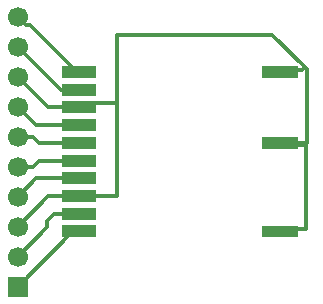
<source format=gbr>
G04 DipTrace 2.4.0.2*
%INTop.gbr*%
%MOMM*%
%ADD13C,0.3*%
%ADD16R,3.0X1.0*%
%ADD17R,1.7X1.7*%
%ADD18C,1.7*%
%FSLAX53Y53*%
G04*
G71*
G90*
G75*
G01*
%LNTop*%
%LPD*%
X1300Y25430D2*
D13*
X1980Y24750D1*
X2333D1*
X5833Y21250D1*
Y20750D1*
X6500D1*
X23500Y7250D2*
X23333D1*
Y7417D1*
X25667D1*
Y14583D1*
X23167D1*
Y14750D1*
X23500D1*
X6500Y10250D2*
X9667D1*
Y18083D1*
Y23917D1*
X22833D1*
X25583Y21167D1*
X25333Y20917D1*
X24500D1*
Y20750D1*
X23500D1*
X6500Y17750D2*
Y18083D1*
X9667D1*
X23500Y14750D2*
X25750D1*
Y21000D1*
X25583Y21167D1*
X6500Y10250D2*
X3900D1*
X1300Y7650D1*
X6500Y17750D2*
X3900D1*
X1300Y20350D1*
Y22890D2*
X3800Y20390D1*
Y20450D1*
X5000Y19250D1*
X6500D1*
X1300Y17810D2*
X2860Y16250D1*
X6500D1*
X1300Y15270D2*
X2600D1*
X3120Y14750D1*
X6500D1*
X1300Y12730D2*
X2600D1*
X3120Y13250D1*
X6500D1*
X1300Y10190D2*
X2860Y11750D1*
X6500D1*
X1300Y5110D2*
X3800Y7610D1*
Y8150D1*
X4400Y8750D1*
X6500D1*
X1300Y2570D2*
X5980Y7250D1*
X6500D1*
D16*
Y20750D3*
Y19250D3*
Y17750D3*
Y16250D3*
Y14750D3*
Y13250D3*
Y11750D3*
Y10250D3*
Y8750D3*
Y7250D3*
G36*
X25000Y20250D2*
X22000D1*
Y21250D1*
X25000D1*
Y20250D1*
G37*
G36*
Y6750D2*
X22000D1*
Y7750D1*
X25000D1*
Y6750D1*
G37*
G36*
Y14250D2*
X22000D1*
Y15250D1*
X25000D1*
Y14250D1*
G37*
D17*
X1300Y2570D3*
D18*
Y5110D3*
Y7650D3*
Y10190D3*
Y12730D3*
Y15270D3*
Y17810D3*
Y20350D3*
Y22890D3*
Y25430D3*
M02*

</source>
